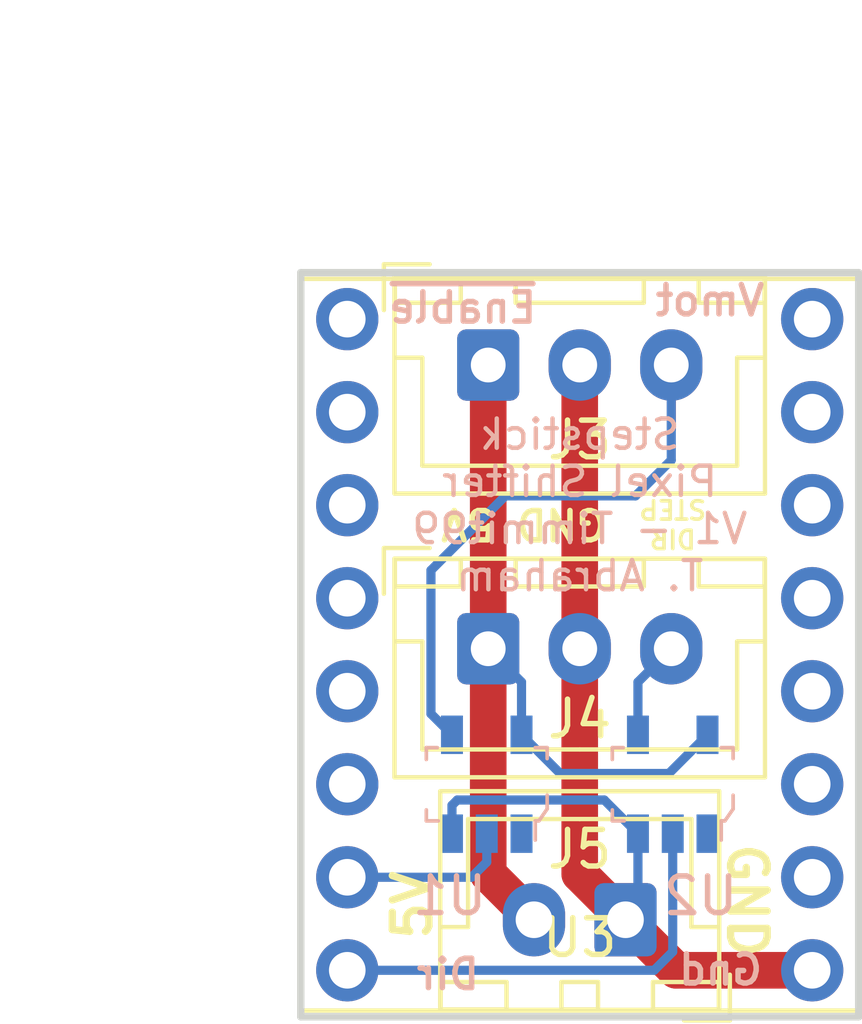
<source format=kicad_pcb>
(kicad_pcb (version 20211014) (generator pcbnew)
  (layers (0 "F.Cu" signal) (31 "B.Cu" signal) (34 "B.Paste" user) (35 "F.Paste" user) (36 "B.SilkS" user "B.Silkscreen") (37 "F.SilkS" user "F.Silkscreen") (38 "B.Mask" user) (39 "F.Mask" user) (44 "Edge.Cuts" user))
  (net 0 "")
  (net 1 "/STEP")
  (net 2 "/DIR")
  (net 3 "GND")
  (net 4 "VCC")
  (net 5 "/Data1")
  (net 6 "/Data2")
  (net 7 "/~{Enable}")
  (net 8 "/MS1")
  (net 9 "/MS2")
  (net 10 "/MS3")
  (net 11 "/~{RESET}")
  (net 12 "/~{SLEEP}")
  (net 13 "/VDD")
  (net 14 "/1B")
  (net 15 "/1A")
  (net 16 "/2A")
  (net 17 "/2B")
  (net 18 "/MOT_GND")
  (net 19 "/VMOT")
  (footprint "Connector_JST:JST_XH_B3B-XH-A_1x03_P2.50mm_Vertical" (layer "F.Cu") (at 130.85 80.12)
    (fp_text reference "J4" (at 2.5 1.922) (layer "F.SilkS"))
    (fp_text value "Dir_Out")
    (fp_line (start 5.75 -2.45) (end 5.75 -1.7) (layer "F.SilkS") (width 0.12))
    (fp_line (start 0.75 -1.7) (end 4.25 -1.7) (layer "F.SilkS") (width 0.12))
    (fp_line (start -2.85 -2.75) (end -2.85 -1.5) (layer "F.SilkS") (width 0.12))
    (fp_line (start 7.55 -0.2) (end 6.8 -0.2) (layer "F.SilkS") (width 0.12))
    (fp_line (start -0.75 -1.7) (end -0.75 -2.45) (layer "F.SilkS") (width 0.12))
    (fp_line (start -2.55 -0.2) (end -1.8 -0.2) (layer "F.SilkS") (width 0.12))
    (fp_line (start -2.56 -2.46) (end -2.56 3.51) (layer "F.SilkS") (width 0.12))
    (fp_line (start 7.55 -2.45) (end 5.75 -2.45) (layer "F.SilkS") (width 0.12))
    (fp_line (start -2.56 3.51) (end 7.56 3.51) (layer "F.SilkS") (width 0.12))
    (fp_line (start -2.55 -1.7) (end -0.75 -1.7) (layer "F.SilkS") (width 0.12))
    (fp_line (start 6.8 2.75) (end 2.5 2.75) (layer "F.SilkS") (width 0.12))
    (fp_line (start 6.8 -0.2) (end 6.8 2.75) (layer "F.SilkS") (width 0.12))
    (fp_line (start 7.56 -2.46) (end -2.56 -2.46) (layer "F.SilkS") (width 0.12))
    (fp_line (start -2.55 -2.45) (end -2.55 -1.7) (layer "F.SilkS") (width 0.12))
    (fp_line (start 4.25 -1.7) (end 4.25 -2.45) (layer "F.SilkS") (width 0.12))
    (fp_line (start 5.75 -1.7) (end 7.55 -1.7) (layer "F.SilkS") (width 0.12))
    (fp_line (start -0.75 -2.45) (end -2.55 -2.45) (layer "F.SilkS") (width 0.12))
    (fp_line (start 7.55 -1.7) (end 7.55 -2.45) (layer "F.SilkS") (width 0.12))
    (fp_line (start 0.75 -2.45) (end 0.75 -1.7) (layer "F.SilkS") (width 0.12))
    (fp_line (start -1.8 2.75) (end 2.5 2.75) (layer "F.SilkS") (width 0.12))
    (fp_line (start -1.6 -2.75) (end -2.85 -2.75) (layer "F.SilkS") (width 0.12))
    (fp_line (start -1.8 -0.2) (end -1.8 2.75) (layer "F.SilkS") (width 0.12))
    (fp_line (start 4.25 -2.45) (end 0.75 -2.45) (layer "F.SilkS") (width 0.12))
    (fp_line (start 7.56 3.51) (end 7.56 -2.46) (layer "F.SilkS") (width 0.12))
    (pad "1" thru_hole roundrect locked (at 0 0) (size 1.7 1.95) (drill 0.95) (layers *.Cu *.Mask) (roundrect_rratio 0.1470588235) (net 4 "VCC"))
    (pad "2" thru_hole oval locked (at 2.5 0) (size 1.7 1.95) (drill 0.95) (layers *.Cu *.Mask) (net 3 "GND"))
    (pad "3" thru_hole oval locked (at 5 0) (size 1.7 1.95) (drill 0.95) (layers *.Cu *.Mask) (net 6 "/Data2"))
  )
  (footprint "Stepstick_Pixel:Stepstick_Socket" (layer "F.Cu") (at 133.35 80.01)
    (fp_text reference "U3" (at 0 8 180) (layer "F.SilkS"))
    (fp_text value "Stepstick_Socket")
    (fp_line (start 7.620001 -9.99) (end -7.62 -9.99) (layer "F.SilkS") (width 0.12))
    (fp_line (start -7.62 -9.99) (end -7.620001 9.99) (layer "F.SilkS") (width 0.12))
    (fp_line (start -7.620001 9.99) (end 7.62 9.99) (layer "F.SilkS") (width 0.12))
    (fp_line (start 7.62 9.99) (end 7.620001 -9.99) (layer "F.SilkS") (width 0.12))
    (pad "1" thru_hole oval (at -6.35 -8.89 270) (size 1.7 1.7) (drill 1) (layers *.Cu *.Mask) (net 7 "/~{Enable}"))
    (pad "2" thru_hole oval (at -6.35 -6.35 270) (size 1.7 1.7) (drill 1) (layers *.Cu *.Mask) (net 8 "/MS1"))
    (pad "3" thru_hole oval (at -6.35 -3.81 270) (size 1.7 1.7) (drill 1) (layers *.Cu *.Mask) (net 9 "/MS2"))
    (pad "4" thru_hole oval (at -6.35 -1.27 270) (size 1.7 1.7) (drill 1) (layers *.Cu *.Mask) (net 10 "/MS3"))
    (pad "5" thru_hole oval (at -6.35 1.27 270) (size 1.7 1.7) (drill 1) (layers *.Cu *.Mask) (net 11 "/~{RESET}"))
    (pad "6" thru_hole oval (at -6.35 3.81 270) (size 1.7 1.7) (drill 1) (layers *.Cu *.Mask) (net 12 "/~{SLEEP}"))
    (pad "7" thru_hole oval (at -6.35 6.35 270) (size 1.7 1.7) (drill 1) (layers *.Cu *.Mask) (net 1 "/STEP"))
    (pad "8" thru_hole oval (at -6.35 8.89 270) (size 1.7 1.7) (drill 1) (layers *.Cu *.Mask) (net 2 "/DIR"))
    (pad "9" thru_hole oval (at 6.35 8.89 270) (size 1.7 1.7) (drill 1) (layers *.Cu *.Mask) (net 3 "GND"))
    (pad "10" thru_hole oval (at 6.35 6.35 270) (size 1.7 1.7) (drill 1) (layers *.Cu *.Mask) (net 13 "/VDD"))
    (pad "11" thru_hole oval (at 6.35 3.81 270) (size 1.7 1.7) (drill 1) (layers *.Cu *.Mask) (net 14 "/1B"))
    (pad "12" thru_hole oval (at 6.35 1.27 270) (size 1.7 1.7) (drill 1) (layers *.Cu *.Mask) (net 15 "/1A"))
    (pad "13" thru_hole oval (at 6.35 -1.27 270) (size 1.7 1.7) (drill 1) (layers *.Cu *.Mask) (net 16 "/2A"))
    (pad "14" thru_hole oval (at 6.35 -3.81 270) (size 1.7 1.7) (drill 1) (layers *.Cu *.Mask) (net 17 "/2B"))
    (pad "15" thru_hole oval (at 6.35 -6.35 270) (size 1.7 1.7) (drill 1) (layers *.Cu *.Mask) (net 18 "/MOT_GND"))
    (pad "16" thru_hole oval (at 6.35 -8.89 270) (size 1.7 1.7) (drill 1) (layers *.Cu *.Mask) (net 19 "/VMOT"))
  )
  (footprint "Connector_JST:JST_XH_B2B-XH-A_1x02_P2.50mm_Vertical" (layer "F.Cu") (at 134.6 87.52 180)
    (fp_text reference "J5" (at 1.25 1.922) (layer "F.SilkS"))
    (fp_text value "Power_In")
    (fp_line (start 4.3 2.75) (end 1.25 2.75) (layer "F.SilkS") (width 0.12))
    (fp_line (start 5.06 3.51) (end 5.06 -2.46) (layer "F.SilkS") (width 0.12))
    (fp_line (start 3.25 -1.7) (end 5.05 -1.7) (layer "F.SilkS") (width 0.12))
    (fp_line (start -1.6 -2.75) (end -2.85 -2.75) (layer "F.SilkS") (width 0.12))
    (fp_line (start -2.55 -2.45) (end -2.55 -1.7) (layer "F.SilkS") (width 0.12))
    (fp_line (start 1.75 -2.45) (end 0.75 -2.45) (layer "F.SilkS") (width 0.12))
    (fp_line (start 5.05 -2.45) (end 3.25 -2.45) (layer "F.SilkS") (width 0.12))
    (fp_line (start -2.56 3.51) (end 5.06 3.51) (layer "F.SilkS") (width 0.12))
    (fp_line (start 0.75 -1.7) (end 1.75 -1.7) (layer "F.SilkS") (width 0.12))
    (fp_line (start 3.25 -2.45) (end 3.25 -1.7) (layer "F.SilkS") (width 0.12))
    (fp_line (start 1.75 -1.7) (end 1.75 -2.45) (layer "F.SilkS") (width 0.12))
    (fp_line (start -0.75 -1.7) (end -0.75 -2.45) (layer "F.SilkS") (width 0.12))
    (fp_line (start 0.75 -2.45) (end 0.75 -1.7) (layer "F.SilkS") (width 0.12))
    (fp_line (start -1.8 2.75) (end 1.25 2.75) (layer "F.SilkS") (width 0.12))
    (fp_line (start -2.85 -2.75) (end -2.85 -1.5) (layer "F.SilkS") (width 0.12))
    (fp_line (start 4.3 -0.2) (end 4.3 2.75) (layer "F.SilkS") (width 0.12))
    (fp_line (start 5.05 -1.7) (end 5.05 -2.45) (layer "F.SilkS") (width 0.12))
    (fp_line (start 5.06 -2.46) (end -2.56 -2.46) (layer "F.SilkS") (width 0.12))
    (fp_line (start -2.56 -2.46) (end -2.56 3.51) (layer "F.SilkS") (width 0.12))
    (fp_line (start -0.75 -2.45) (end -2.55 -2.45) (layer "F.SilkS") (width 0.12))
    (fp_line (start -2.55 -1.7) (end -0.75 -1.7) (layer "F.SilkS") (width 0.12))
    (fp_line (start 5.05 -0.2) (end 4.3 -0.2) (layer "F.SilkS") (width 0.12))
    (fp_line (start -2.55 -0.2) (end -1.8 -0.2) (layer "F.SilkS") (width 0.12))
    (fp_line (start -1.8 -0.2) (end -1.8 2.75) (layer "F.SilkS") (width 0.12))
    (pad "1" thru_hole roundrect locked (at 0 0 180) (size 1.7 2) (drill 1) (layers *.Cu *.Mask) (roundrect_rratio 0.1470588235) (net 3 "GND"))
    (pad "2" thru_hole oval locked (at 2.5 0 180) (size 1.7 2) (drill 1) (layers *.Cu *.Mask) (net 4 "VCC"))
  )
  (footprint "Connector_JST:JST_XH_B3B-XH-A_1x03_P2.50mm_Vertical" (layer "F.Cu") (at 130.85 72.373)
    (fp_text reference "J3" (at 2.5 2.049) (layer "F.SilkS"))
    (fp_text value "Step_Out")
    (fp_line (start 5.75 -2.45) (end 5.75 -1.7) (layer "F.SilkS") (width 0.12))
    (fp_line (start 7.56 3.51) (end 7.56 -2.46) (layer "F.SilkS") (width 0.12))
    (fp_line (start -2.55 -2.45) (end -2.55 -1.7) (layer "F.SilkS") (width 0.12))
    (fp_line (start -1.8 -0.2) (end -1.8 2.75) (layer "F.SilkS") (width 0.12))
    (fp_line (start 0.75 -1.7) (end 4.25 -1.7) (layer "F.SilkS") (width 0.12))
    (fp_line (start 7.55 -1.7) (end 7.55 -2.45) (layer "F.SilkS") (width 0.12))
    (fp_line (start 6.8 2.75) (end 2.5 2.75) (layer "F.SilkS") (width 0.12))
    (fp_line (start -2.55 -1.7) (end -0.75 -1.7) (layer "F.SilkS") (width 0.12))
    (fp_line (start 7.55 -0.2) (end 6.8 -0.2) (layer "F.SilkS") (width 0.12))
    (fp_line (start 5.75 -1.7) (end 7.55 -1.7) (layer "F.SilkS") (width 0.12))
    (fp_line (start 7.55 -2.45) (end 5.75 -2.45) (layer "F.SilkS") (width 0.12))
    (fp_line (start 4.25 -2.45) (end 0.75 -2.45) (layer "F.SilkS") (width 0.12))
    (fp_line (start 0.75 -2.45) (end 0.75 -1.7) (layer "F.SilkS") (width 0.12))
    (fp_line (start -2.56 -2.46) (end -2.56 3.51) (layer "F.SilkS") (width 0.12))
    (fp_line (start -0.75 -2.45) (end -2.55 -2.45) (layer "F.SilkS") (width 0.12))
    (fp_line (start -1.6 -2.75) (end -2.85 -2.75) (layer "F.SilkS") (width 0.12))
    (fp_line (start -0.75 -1.7) (end -0.75 -2.45) (layer "F.SilkS") (width 0.12))
    (fp_line (start -2.55 -0.2) (end -1.8 -0.2) (layer "F.SilkS") (width 0.12))
    (fp_line (start -2.56 3.51) (end 7.56 3.51) (layer "F.SilkS") (width 0.12))
    (fp_line (start -1.8 2.75) (end 2.5 2.75) (layer "F.SilkS") (width 0.12))
    (fp_line (start 7.56 -2.46) (end -2.56 -2.46) (layer "F.SilkS") (width 0.12))
    (fp_line (start -2.85 -2.75) (end -2.85 -1.5) (layer "F.SilkS") (width 0.12))
    (fp_line (start 6.8 -0.2) (end 6.8 2.75) (layer "F.SilkS") (width 0.12))
    (fp_line (start 4.25 -1.7) (end 4.25 -2.45) (layer "F.SilkS") (width 0.12))
    (pad "1" thru_hole roundrect locked (at 0 0) (size 1.7 1.95) (drill 0.95) (layers *.Cu *.Mask) (roundrect_rratio 0.1470588235) (net 4 "VCC"))
    (pad "2" thru_hole oval locked (at 2.5 0) (size 1.7 1.95) (drill 0.95) (layers *.Cu *.Mask) (net 3 "GND"))
    (pad "3" thru_hole oval locked (at 5 0) (size 1.7 1.95) (drill 0.95) (layers *.Cu *.Mask) (net 5 "/Data1"))
  )
  (footprint "Stepstick_Pixel:SOT-753" (layer "B.Cu") (at 135.89 83.82 180)
    (fp_text reference "U2" (at -0.762 -3.048) (layer "B.SilkS") (effects (justify mirror)))
    (fp_text value "74LVC1G17")
    (fp_line (start -1.65 1) (end -1.65 0.7) (layer "B.SilkS") (width 0.1))
    (fp_line (start 1.35 1) (end 1.65 1) (layer "B.SilkS") (width 0.1))
    (fp_line (start -1.65 -0.675) (end -1.425 -1) (layer "B.SilkS") (width 0.1))
    (fp_line (start -1.325 -1) (end -1.325 -1.525) (layer "B.SilkS") (width 0.1))
    (fp_line (start -1.425 -1) (end -1.325 -1) (layer "B.SilkS") (width 0.1))
    (fp_line (start -1.325 1) (end -1.65 1) (layer "B.SilkS") (width 0.1))
    (fp_line (start 1.65 1) (end 1.65 0.675) (layer "B.SilkS") (width 0.1))
    (fp_line (start -1.65 -0.675) (end -1.65 -0.3) (layer "B.SilkS") (width 0.1))
    (fp_line (start 1.325 -1) (end 1.65 -1) (layer "B.SilkS") (width 0.1))
    (fp_line (start 1.65 -1) (end 1.65 -0.7) (layer "B.SilkS") (width 0.1))
    (pad "1" smd rect (at -0.95 -1.35 180) (size 0.6 1.05) (layers "B.Cu" "B.Paste" "B.Mask"))
    (pad "2" smd rect (at 0 -1.35 180) (size 0.6 1.05) (layers "B.Cu" "B.Paste" "B.Mask") (net 2 "/DIR"))
    (pad "3" smd rect (at 0.95 -1.35 180) (size 0.6 1.05) (layers "B.Cu" "B.Paste" "B.Mask") (net 3 "GND"))
    (pad "4" smd rect (at 0.95 1.35 180) (size 0.6 1.05) (layers "B.Cu" "B.Paste" "B.Mask") (net 6 "/Data2"))
    (pad "5" smd rect (at -0.95 1.35 180) (size 0.6 1.05) (layers "B.Cu" "B.Paste" "B.Mask") (net 4 "VCC"))
  )
  (footprint "Stepstick_Pixel:SOT-753" (layer "B.Cu") (at 130.81 83.82 180)
    (fp_text reference "U1" (at 1.016 -3.048) (layer "B.SilkS") (effects (justify mirror)))
    (fp_text value "74LVC1G17")
    (fp_line (start -1.65 -0.675) (end -1.65 -0.3) (layer "B.SilkS") (width 0.1))
    (fp_line (start -1.325 1) (end -1.65 1) (layer "B.SilkS") (width 0.1))
    (fp_line (start 1.65 1) (end 1.65 0.675) (layer "B.SilkS") (width 0.1))
    (fp_line (start -1.65 -0.675) (end -1.425 -1) (layer "B.SilkS") (width 0.1))
    (fp_line (start 1.35 1) (end 1.65 1) (layer "B.SilkS") (width 0.1))
    (fp_line (start 1.65 -1) (end 1.65 -0.7) (layer "B.SilkS") (width 0.1))
    (fp_line (start 1.325 -1) (end 1.65 -1) (layer "B.SilkS") (width 0.1))
    (fp_line (start -1.425 -1) (end -1.325 -1) (layer "B.SilkS") (width 0.1))
    (fp_line (start -1.325 -1) (end -1.325 -1.525) (layer "B.SilkS") (width 0.1))
    (fp_line (start -1.65 1) (end -1.65 0.7) (layer "B.SilkS") (width 0.1))
    (pad "1" smd rect (at -0.95 -1.35 180) (size 0.6 1.05) (layers "B.Cu" "B.Paste" "B.Mask"))
    (pad "2" smd rect (at 0 -1.35 180) (size 0.6 1.05) (layers "B.Cu" "B.Paste" "B.Mask") (net 1 "/STEP"))
    (pad "3" smd rect (at 0.95 -1.35 180) (size 0.6 1.05) (layers "B.Cu" "B.Paste" "B.Mask") (net 3 "GND"))
    (pad "4" smd rect (at 0.95 1.35 180) (size 0.6 1.05) (layers "B.Cu" "B.Paste" "B.Mask") (net 5 "/Data1"))
    (pad "5" smd rect (at -0.95 1.35 180) (size 0.6 1.05) (layers "B.Cu" "B.Paste" "B.Mask") (net 4 "VCC"))
  )
  (gr_line (start 125.73 69.85) (end 140.97 69.85) (layer "Edge.Cuts") (width 0.2))
  (gr_line (start 140.97 69.85) (end 140.97 90.17) (layer "Edge.Cuts") (width 0.2))
  (gr_line (start 140.97 90.17) (end 125.73 90.17) (layer "Edge.Cuts") (width 0.2))
  (gr_line (start 125.73 90.17) (end 125.73 69.85) (layer "Edge.Cuts") (width 0.2))
  (gr_text "Stepstick\nPixel Shifter\nV1 - Timmit99\nT. Abraham" (at 133.35 76.2) (layer "B.SilkS") (effects (font (size 0.8 0.8) (thickness 0.12)) (justify mirror)))
  (gr_text "~{Enable}\n" (at 130.15 70.81) (layer "B.SilkS") (effects (font (size 0.8 0.8)) (justify mirror)))
  (gr_text "Gnd\n" (at 137.197884 88.886016) (layer "B.SilkS") (effects (font (size 0.8 0.8)) (justify mirror)))
  (gr_text "Dir\n" (at 129.75 89.01) (layer "B.SilkS") (effects (font (size 0.8 0.8)) (justify mirror)))
  (gr_text "Vmot" (at 136.906 70.612) (layer "B.SilkS") (effects (font (size 0.8 0.8)) (justify mirror)))
  (gr_text "DIR\nSTEP" (at 135.89 76.708 180) (layer "F.SilkS") (effects (font (size 0.5 0.5) (thickness 0.1))))
  (gr_text "GND 5V" (at 131.826 76.708 180) (layer "F.SilkS") (effects (font (size 0.8 0.8))))
  (gr_text "GND" (at 137.922 86.995 270) (layer "F.SilkS") (effects (font (size 1 1) (thickness 0.2))))
  (gr_text "5V" (at 128.778 87.122 90) (layer "F.SilkS") (effects (font (size 1 1) (thickness 0.2))))
  (segment (start 130.395 86.36) (end 130.81 85.945) (width 0.25) (layer "B.Cu") (net 1))
  (segment (start 130.81 85.945) (end 130.81 85.17) (width 0.25) (layer "B.Cu") (net 1))
  (segment (start 127 86.36) (end 130.395 86.36) (width 0.25) (layer "B.Cu") (net 1))
  (segment (start 127 88.9) (end 135.382493 88.9) (width 0.25) (layer "B.Cu") (net 2))
  (segment (start 135.382493 88.9) (end 135.89 88.392493) (width 0.25) (layer "B.Cu") (net 2))
  (segment (start 135.89 88.392493) (end 135.89 85.17) (width 0.25) (layer "B.Cu") (net 2))
  (segment (start 133.35 86.27) (end 134.6 87.52) (width 1) (layer "F.Cu") (net 3))
  (segment (start 133.35 80.12) (end 133.35 72.373) (width 1) (layer "F.Cu") (net 3))
  (segment (start 133.35 86.27) (end 133.35 80.12) (width 1) (layer "F.Cu") (net 3))
  (segment (start 134.6 87.52) (end 135.98 88.9) (width 1) (layer "F.Cu") (net 3))
  (segment (start 135.98 88.9) (end 139.7 88.9) (width 1) (layer "F.Cu") (net 3))
  (segment (start 134.020511 84.250511) (end 134.94 85.17) (width 0.25) (layer "B.Cu") (net 3))
  (segment (start 134.94 85.17) (end 134.94 87.18) (width 0.25) (layer "B.Cu") (net 3))
  (segment (start 134.94 87.18) (end 134.6 87.52) (width 0.25) (layer "B.Cu") (net 3))
  (segment (start 130.004489 84.250511) (end 134.020511 84.250511) (width 0.25) (layer "B.Cu") (net 3))
  (segment (start 129.86 85.17) (end 129.86 84.395) (width 0.25) (layer "B.Cu") (net 3))
  (segment (start 129.86 84.395) (end 130.004489 84.250511) (width 0.25) (layer "B.Cu") (net 3))
  (segment (start 132.1 87.52) (end 130.85 86.27) (width 1) (layer "F.Cu") (net 4))
  (segment (start 130.85 86.27) (end 130.85 72.373) (width 1) (layer "F.Cu") (net 4))
  (segment (start 131.76 82.47) (end 132.816 83.526) (width 0.25) (layer "B.Cu") (net 4))
  (segment (start 131.76 82.47) (end 131.76 81.03) (width 0.25) (layer "B.Cu") (net 4))
  (segment (start 135.784 83.526) (end 136.84 82.47) (width 0.25) (layer "B.Cu") (net 4))
  (segment (start 132.816 83.526) (end 135.784 83.526) (width 0.25) (layer "B.Cu") (net 4))
  (segment (start 131.76 81.03) (end 130.85 80.12) (width 0.25) (layer "B.Cu") (net 4))
  (segment (start 135.85 74.128) (end 135.85 72.373) (width 0.25) (layer "F.Cu") (net 5))
  (segment (start 135.85 74.97) (end 134.874 75.946) (width 0.25) (layer "B.Cu") (net 5))
  (segment (start 129.286 77.978) (end 129.286 81.896) (width 0.25) (layer "B.Cu") (net 5))
  (segment (start 129.286 77.978) (end 131.318 75.946) (width 0.25) (layer "B.Cu") (net 5))
  (segment (start 135.85 73.135) (end 135.85 74.97) (width 0.25) (layer "B.Cu") (net 5))
  (segment (start 129.286 81.896) (end 129.86 82.47) (width 0.25) (layer "B.Cu") (net 5))
  (segment (start 134.874 75.946) (end 131.318 75.946) (width 0.25) (layer "B.Cu") (net 5))
  (segment (start 134.94 82.47) (end 134.94 81.03) (width 0.25) (layer "B.Cu") (net 6))
  (segment (start 134.94 81.03) (end 135.85 80.12) (width 0.25) (layer "B.Cu") (net 6))
)
</source>
